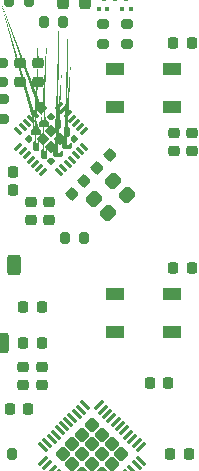
<source format=gbr>
%TF.GenerationSoftware,KiCad,Pcbnew,(5.99.0-10540-g55c1d814f9)*%
%TF.CreationDate,2021-05-28T07:36:21+02:00*%
%TF.ProjectId,1337-v3.0,31333337-2d76-4332-9e30-2e6b69636164,3.0*%
%TF.SameCoordinates,Original*%
%TF.FileFunction,Paste,Bot*%
%TF.FilePolarity,Positive*%
%FSLAX46Y46*%
G04 Gerber Fmt 4.6, Leading zero omitted, Abs format (unit mm)*
G04 Created by KiCad (PCBNEW (5.99.0-10540-g55c1d814f9)) date 2021-05-28 07:36:21*
%MOMM*%
%LPD*%
G01*
G04 APERTURE LIST*
G04 Aperture macros list*
%AMRoundRect*
0 Rectangle with rounded corners*
0 $1 Rounding radius*
0 $2 $3 $4 $5 $6 $7 $8 $9 X,Y pos of 4 corners*
0 Add a 4 corners polygon primitive as box body*
4,1,4,$2,$3,$4,$5,$6,$7,$8,$9,$2,$3,0*
0 Add four circle primitives for the rounded corners*
1,1,$1+$1,$2,$3*
1,1,$1+$1,$4,$5*
1,1,$1+$1,$6,$7*
1,1,$1+$1,$8,$9*
0 Add four rect primitives between the rounded corners*
20,1,$1+$1,$2,$3,$4,$5,0*
20,1,$1+$1,$4,$5,$6,$7,0*
20,1,$1+$1,$6,$7,$8,$9,0*
20,1,$1+$1,$8,$9,$2,$3,0*%
%AMFreePoly0*
4,1,51,0.328940,0.270148,0.332669,0.270806,0.335948,0.268913,0.347022,0.266960,0.363988,0.252723,0.383168,0.241650,0.385799,0.234421,0.391691,0.229478,0.395537,0.207667,0.403112,0.186855,0.403112,-0.116234,0.402193,-0.121446,0.402786,-0.123663,0.401202,-0.127060,0.397971,-0.145390,0.386007,-0.159647,0.378144,-0.176512,0.307524,-0.247133,0.303189,-0.250167,0.302041,-0.252157,
0.298519,-0.253439,0.283273,-0.264114,0.264734,-0.265736,0.247246,-0.272101,-0.247246,-0.272101,-0.252459,-0.271182,-0.254677,-0.271776,-0.258075,-0.270192,-0.276402,-0.266960,-0.290659,-0.254997,-0.307525,-0.247132,-0.378144,-0.176512,-0.381179,-0.172177,-0.383168,-0.171029,-0.384451,-0.167505,-0.395125,-0.152261,-0.396747,-0.133722,-0.403112,-0.116234,-0.403112,0.186855,-0.401159,0.197929,
-0.401817,0.201658,-0.399924,0.204937,-0.397971,0.216011,-0.383735,0.232977,-0.372661,0.252157,-0.365433,0.254788,-0.360489,0.260680,-0.338678,0.264527,-0.317866,0.272101,0.317866,0.272101,0.328940,0.270148,0.328940,0.270148,$1*%
%AMFreePoly1*
4,1,51,0.197929,0.401159,0.201658,0.401817,0.204937,0.399924,0.216011,0.397971,0.232977,0.383735,0.252157,0.372661,0.254788,0.365433,0.260680,0.360489,0.264527,0.338678,0.272101,0.317866,0.272101,-0.317866,0.270148,-0.328940,0.270806,-0.332669,0.268913,-0.335948,0.266960,-0.347022,0.252723,-0.363988,0.241650,-0.383168,0.234421,-0.385799,0.229478,-0.391691,0.207667,-0.395537,
0.186855,-0.403112,-0.116234,-0.403112,-0.121446,-0.402193,-0.123663,-0.402786,-0.127060,-0.401202,-0.145390,-0.397971,-0.159647,-0.386007,-0.176512,-0.378144,-0.247133,-0.307524,-0.250167,-0.303189,-0.252157,-0.302041,-0.253439,-0.298519,-0.264114,-0.283273,-0.265736,-0.264734,-0.272101,-0.247246,-0.272101,0.247246,-0.271182,0.252459,-0.271776,0.254676,-0.270192,0.258073,-0.266960,0.276402,
-0.254997,0.290658,-0.247133,0.307524,-0.176512,0.378144,-0.172177,0.381179,-0.171029,0.383168,-0.167505,0.384451,-0.152261,0.395125,-0.133722,0.396747,-0.116234,0.403112,0.186855,0.403112,0.197929,0.401159,0.197929,0.401159,$1*%
%AMFreePoly2*
4,1,48,0.180784,0.266839,0.197812,0.266839,0.211588,0.256830,0.227782,0.251568,0.237792,0.237792,0.251568,0.227782,0.256830,0.211588,0.266839,0.197812,0.266839,0.180784,0.272100,0.164589,0.272101,-0.075523,0.269420,-0.083774,0.270777,-0.092342,0.259348,-0.114773,0.251568,-0.138717,0.244550,-0.143816,0.240611,-0.151546,0.151545,-0.240611,0.143817,-0.244549,0.138717,-0.251568,
0.114772,-0.259348,0.092342,-0.270777,0.083774,-0.269420,0.075523,-0.272101,-0.164589,-0.272100,-0.180784,-0.266839,-0.197812,-0.266839,-0.211588,-0.256830,-0.227782,-0.251568,-0.237792,-0.237792,-0.251568,-0.227782,-0.256830,-0.211588,-0.266839,-0.197812,-0.266839,-0.180784,-0.272100,-0.164589,-0.272100,0.164589,-0.266839,0.180784,-0.266839,0.197812,-0.256830,0.211588,-0.251568,0.227782,
-0.237792,0.237792,-0.227782,0.251568,-0.211588,0.256830,-0.197812,0.266839,-0.180784,0.266839,-0.164589,0.272100,0.164589,0.272100,0.180784,0.266839,0.180784,0.266839,$1*%
%AMFreePoly3*
4,1,51,0.121446,0.402193,0.123663,0.402786,0.127060,0.401202,0.145390,0.397971,0.159647,0.386007,0.176512,0.378144,0.247132,0.307525,0.250167,0.303189,0.252157,0.302041,0.253441,0.298517,0.264114,0.283273,0.265736,0.264734,0.272101,0.247246,0.272101,-0.247246,0.271182,-0.252459,0.271776,-0.254677,0.270192,-0.258075,0.266960,-0.276402,0.254997,-0.290659,0.247132,-0.307525,
0.176512,-0.378144,0.172177,-0.381179,0.171029,-0.383168,0.167505,-0.384451,0.152261,-0.395125,0.133722,-0.396747,0.116234,-0.403112,-0.186855,-0.403112,-0.197929,-0.401159,-0.201658,-0.401817,-0.204937,-0.399924,-0.216011,-0.397971,-0.232977,-0.383735,-0.252157,-0.372661,-0.254788,-0.365433,-0.260680,-0.360489,-0.264527,-0.338678,-0.272101,-0.317866,-0.272101,0.317866,-0.270148,0.328940,
-0.270806,0.332669,-0.268913,0.335948,-0.266960,0.347022,-0.252723,0.363988,-0.241650,0.383168,-0.234421,0.385799,-0.229478,0.391691,-0.207667,0.395537,-0.186855,0.403112,0.116234,0.403112,0.121446,0.402193,0.121446,0.402193,$1*%
%AMFreePoly4*
4,1,48,0.180784,0.266839,0.197812,0.266839,0.211588,0.256830,0.227782,0.251568,0.237792,0.237792,0.251568,0.227782,0.256830,0.211588,0.266839,0.197812,0.266839,0.180784,0.272100,0.164589,0.272100,-0.164589,0.266839,-0.180784,0.266839,-0.197812,0.256830,-0.211588,0.251568,-0.227782,0.237792,-0.237792,0.227782,-0.251568,0.211588,-0.256830,0.197812,-0.266839,0.180784,-0.266839,
0.164589,-0.272100,-0.075523,-0.272101,-0.083774,-0.269420,-0.092342,-0.270777,-0.114773,-0.259348,-0.138717,-0.251568,-0.143816,-0.244550,-0.151546,-0.240611,-0.240611,-0.151545,-0.244549,-0.143817,-0.251568,-0.138717,-0.259348,-0.114772,-0.270777,-0.092342,-0.269420,-0.083774,-0.272101,-0.075523,-0.272100,0.164589,-0.266839,0.180784,-0.266839,0.197812,-0.256830,0.211588,-0.251568,0.227782,
-0.237792,0.237792,-0.227782,0.251568,-0.211588,0.256830,-0.197812,0.266839,-0.180784,0.266839,-0.164589,0.272100,0.164589,0.272100,0.180784,0.266839,0.180784,0.266839,$1*%
%AMFreePoly5*
4,1,48,0.083774,0.269420,0.092342,0.270777,0.114772,0.259348,0.138717,0.251568,0.143817,0.244549,0.151545,0.240611,0.240611,0.151546,0.244550,0.143816,0.251568,0.138717,0.259348,0.114773,0.270777,0.092342,0.269420,0.083774,0.272101,0.075523,0.272100,-0.164589,0.266839,-0.180784,0.266839,-0.197812,0.256830,-0.211588,0.251568,-0.227782,0.237792,-0.237792,0.227782,-0.251568,
0.211588,-0.256830,0.197812,-0.266839,0.180784,-0.266839,0.164589,-0.272100,-0.164589,-0.272100,-0.180784,-0.266839,-0.197812,-0.266839,-0.211588,-0.256830,-0.227782,-0.251568,-0.237792,-0.237792,-0.251568,-0.227782,-0.256830,-0.211588,-0.266839,-0.197812,-0.266839,-0.180784,-0.272100,-0.164589,-0.272100,0.164589,-0.266839,0.180784,-0.266839,0.197812,-0.256830,0.211588,-0.251568,0.227782,
-0.237792,0.237792,-0.227782,0.251568,-0.211588,0.256830,-0.197812,0.266839,-0.180784,0.266839,-0.164589,0.272100,0.075523,0.272101,0.083774,0.269420,0.083774,0.269420,$1*%
%AMFreePoly6*
4,1,51,0.252459,0.271182,0.254676,0.271776,0.258073,0.270192,0.276402,0.266960,0.290658,0.254997,0.307524,0.247133,0.378144,0.176512,0.381179,0.172177,0.383168,0.171029,0.384451,0.167505,0.395125,0.152261,0.396747,0.133722,0.403112,0.116234,0.403112,-0.186855,0.401159,-0.197929,0.401817,-0.201658,0.399924,-0.204937,0.397971,-0.216011,0.383735,-0.232977,0.372661,-0.252157,
0.365433,-0.254788,0.360489,-0.260680,0.338678,-0.264527,0.317866,-0.272101,-0.317866,-0.272101,-0.328940,-0.270148,-0.332669,-0.270806,-0.335948,-0.268913,-0.347022,-0.266960,-0.363988,-0.252723,-0.383168,-0.241650,-0.385799,-0.234421,-0.391691,-0.229478,-0.395537,-0.207667,-0.403112,-0.186855,-0.403112,0.116234,-0.402193,0.121446,-0.402786,0.123663,-0.401202,0.127060,-0.397971,0.145390,
-0.386007,0.159647,-0.378144,0.176512,-0.307525,0.247132,-0.303189,0.250167,-0.302041,0.252157,-0.298517,0.253441,-0.283273,0.264114,-0.264734,0.265736,-0.247246,0.272101,0.247246,0.272101,0.252459,0.271182,0.252459,0.271182,$1*%
%AMFreePoly7*
4,1,48,0.180784,0.266839,0.197812,0.266839,0.211588,0.256830,0.227782,0.251568,0.237792,0.237792,0.251568,0.227782,0.256830,0.211588,0.266839,0.197812,0.266839,0.180784,0.272100,0.164589,0.272100,-0.164589,0.266839,-0.180784,0.266839,-0.197812,0.256830,-0.211588,0.251568,-0.227782,0.237792,-0.237792,0.227782,-0.251568,0.211588,-0.256830,0.197812,-0.266839,0.180784,-0.266839,
0.164589,-0.272100,-0.164589,-0.272100,-0.180784,-0.266839,-0.197812,-0.266839,-0.211588,-0.256830,-0.227782,-0.251568,-0.237792,-0.237792,-0.251568,-0.227782,-0.256830,-0.211588,-0.266839,-0.197812,-0.266839,-0.180784,-0.272100,-0.164589,-0.272101,0.075523,-0.269420,0.083774,-0.270777,0.092342,-0.259348,0.114772,-0.251568,0.138717,-0.244549,0.143817,-0.240611,0.151545,-0.151546,0.240611,
-0.143816,0.244550,-0.138717,0.251568,-0.114773,0.259348,-0.092342,0.270777,-0.083774,0.269420,-0.075523,0.272101,0.164589,0.272100,0.180784,0.266839,0.180784,0.266839,$1*%
G04 Aperture macros list end*
%ADD10RoundRect,0.225000X0.225000X0.250000X-0.225000X0.250000X-0.225000X-0.250000X0.225000X-0.250000X0*%
%ADD11RoundRect,0.225000X0.250000X-0.225000X0.250000X0.225000X-0.250000X0.225000X-0.250000X-0.225000X0*%
%ADD12RoundRect,0.200000X-0.200000X-0.275000X0.200000X-0.275000X0.200000X0.275000X-0.200000X0.275000X0*%
%ADD13R,0.500000X0.800000*%
%ADD14R,0.400000X0.800000*%
%ADD15RoundRect,0.200000X0.200000X0.275000X-0.200000X0.275000X-0.200000X-0.275000X0.200000X-0.275000X0*%
%ADD16RoundRect,0.225000X-0.225000X-0.250000X0.225000X-0.250000X0.225000X0.250000X-0.225000X0.250000X0*%
%ADD17RoundRect,0.250000X-0.312500X-0.625000X0.312500X-0.625000X0.312500X0.625000X-0.312500X0.625000X0*%
%ADD18RoundRect,0.250000X0.312500X0.625000X-0.312500X0.625000X-0.312500X-0.625000X0.312500X-0.625000X0*%
%ADD19R,1.500000X1.000000*%
%ADD20RoundRect,0.200000X-0.275000X0.200000X-0.275000X-0.200000X0.275000X-0.200000X0.275000X0.200000X0*%
%ADD21RoundRect,0.225000X-0.250000X0.225000X-0.250000X-0.225000X0.250000X-0.225000X0.250000X0.225000X0*%
%ADD22RoundRect,0.150000X0.825000X0.150000X-0.825000X0.150000X-0.825000X-0.150000X0.825000X-0.150000X0*%
%ADD23RoundRect,0.225000X-0.017678X0.335876X-0.335876X0.017678X0.017678X-0.335876X0.335876X-0.017678X0*%
%ADD24RoundRect,0.243750X-0.456250X0.243750X-0.456250X-0.243750X0.456250X-0.243750X0.456250X0.243750X0*%
%ADD25RoundRect,0.150000X-0.150000X0.512500X-0.150000X-0.512500X0.150000X-0.512500X0.150000X0.512500X0*%
%ADD26RoundRect,0.170000X0.330000X-0.255000X0.330000X0.255000X-0.330000X0.255000X-0.330000X-0.255000X0*%
%ADD27R,0.600000X1.150000*%
%ADD28R,0.300000X1.150000*%
%ADD29RoundRect,0.270000X0.063640X0.445477X-0.445477X-0.063640X-0.063640X-0.445477X0.445477X0.063640X0*%
%ADD30RoundRect,0.250000X0.000000X0.358486X-0.358486X0.000000X0.000000X-0.358486X0.358486X0.000000X0*%
%ADD31RoundRect,0.062500X0.291682X0.380070X-0.380070X-0.291682X-0.291682X-0.380070X0.380070X0.291682X0*%
%ADD32RoundRect,0.062500X-0.291682X0.380070X-0.380070X0.291682X0.291682X-0.380070X0.380070X-0.291682X0*%
%ADD33RoundRect,0.170000X0.255000X0.330000X-0.255000X0.330000X-0.255000X-0.330000X0.255000X-0.330000X0*%
%ADD34RoundRect,0.079500X0.079500X0.100500X-0.079500X0.100500X-0.079500X-0.100500X0.079500X-0.100500X0*%
%ADD35R,1.700000X1.000000*%
%ADD36RoundRect,0.170000X-0.330000X0.255000X-0.330000X-0.255000X0.330000X-0.255000X0.330000X0.255000X0*%
%ADD37RoundRect,0.200000X0.275000X-0.200000X0.275000X0.200000X-0.275000X0.200000X-0.275000X-0.200000X0*%
%ADD38RoundRect,0.243750X0.243750X0.456250X-0.243750X0.456250X-0.243750X-0.456250X0.243750X-0.456250X0*%
%ADD39RoundRect,0.225000X0.017678X-0.335876X0.335876X-0.017678X-0.017678X0.335876X-0.335876X0.017678X0*%
%ADD40FreePoly0,225.000000*%
%ADD41FreePoly1,225.000000*%
%ADD42FreePoly2,225.000000*%
%ADD43RoundRect,0.201557X0.000000X0.285043X-0.285043X0.000000X0.000000X-0.285043X0.285043X0.000000X0*%
%ADD44FreePoly3,225.000000*%
%ADD45FreePoly4,225.000000*%
%ADD46FreePoly5,225.000000*%
%ADD47FreePoly6,225.000000*%
%ADD48FreePoly7,225.000000*%
%ADD49RoundRect,0.062500X0.194454X0.282843X-0.282843X-0.194454X-0.194454X-0.282843X0.282843X0.194454X0*%
%ADD50RoundRect,0.062500X-0.194454X0.282843X-0.282843X0.194454X0.194454X-0.282843X0.282843X-0.194454X0*%
G04 APERTURE END LIST*
D10*
%TO.C,C22*%
X170193000Y-86868000D03*
X168643000Y-86868000D03*
%TD*%
D11*
%TO.C,C27*%
X155930000Y-115835000D03*
X155930000Y-114285000D03*
%TD*%
%TO.C,C15*%
X155696000Y-90135000D03*
X155696000Y-88585000D03*
%TD*%
D12*
%TO.C,R7*%
X143002000Y-122428000D03*
X144652000Y-122428000D03*
%TD*%
D13*
%TO.C,RN2*%
X172960000Y-91460000D03*
D14*
X173760000Y-91460000D03*
X174560000Y-91460000D03*
D13*
X175360000Y-91460000D03*
X175360000Y-93260000D03*
D14*
X174560000Y-93260000D03*
X173760000Y-93260000D03*
D13*
X172960000Y-93260000D03*
%TD*%
D15*
%TO.C,R3*%
X167747000Y-78924000D03*
X166097000Y-78924000D03*
%TD*%
D16*
%TO.C,C20*%
X166645000Y-115630000D03*
X168195000Y-115630000D03*
%TD*%
D17*
%TO.C,R20*%
X177353500Y-105664000D03*
X180278500Y-105664000D03*
%TD*%
D18*
%TO.C,R18*%
X131256500Y-108204000D03*
X128331500Y-108204000D03*
%TD*%
D19*
%TO.C,D1*%
X140118000Y-108128000D03*
X140118000Y-111328000D03*
X135218000Y-111328000D03*
X135218000Y-108128000D03*
%TD*%
D11*
%TO.C,C14*%
X152648000Y-90135000D03*
X152648000Y-88585000D03*
%TD*%
D20*
%TO.C,R9*%
X148890000Y-91625000D03*
X148890000Y-93275000D03*
%TD*%
D21*
%TO.C,C2*%
X158130000Y-100315000D03*
X158130000Y-101865000D03*
%TD*%
D11*
%TO.C,C1*%
X157220000Y-90135000D03*
X157220000Y-88585000D03*
%TD*%
D22*
%TO.C,Q1*%
X149033000Y-108839000D03*
X149033000Y-110109000D03*
X149033000Y-111379000D03*
X149033000Y-112649000D03*
X144083000Y-112649000D03*
X144083000Y-111379000D03*
X144083000Y-110109000D03*
X144083000Y-108839000D03*
%TD*%
D23*
%TO.C,C16*%
X163268008Y-96371992D03*
X162171992Y-97468008D03*
%TD*%
D12*
%TO.C,R14*%
X153353000Y-121666000D03*
X155003000Y-121666000D03*
%TD*%
D24*
%TO.C,F2*%
X137312000Y-80504000D03*
X137312000Y-82379000D03*
%TD*%
D18*
%TO.C,R16*%
X149592500Y-89070000D03*
X146667500Y-89070000D03*
%TD*%
D10*
%TO.C,C9*%
X157493000Y-112268000D03*
X155943000Y-112268000D03*
%TD*%
%TO.C,C24*%
X141745000Y-86868000D03*
X140195000Y-86868000D03*
%TD*%
D25*
%TO.C,U2*%
X162732000Y-80344000D03*
X163682000Y-80344000D03*
X164632000Y-80344000D03*
X164632000Y-82619000D03*
X163682000Y-82619000D03*
X162732000Y-82619000D03*
%TD*%
D26*
%TO.C,FB2*%
X154172000Y-90160000D03*
X154172000Y-88560000D03*
%TD*%
D27*
%TO.C,J1*%
X160362000Y-76361500D03*
X161162000Y-76361500D03*
D28*
X162312000Y-76361500D03*
X163312000Y-76361500D03*
X163812000Y-76361500D03*
X164812000Y-76361500D03*
D27*
X165962000Y-76361500D03*
X166762000Y-76361500D03*
X166762000Y-76361500D03*
X165962000Y-76361500D03*
D28*
X165312000Y-76361500D03*
X164312000Y-76361500D03*
X162812000Y-76361500D03*
X161812000Y-76361500D03*
D27*
X161162000Y-76361500D03*
X160362000Y-76361500D03*
%TD*%
D18*
%TO.C,R21*%
X131256500Y-127254000D03*
X128331500Y-127254000D03*
%TD*%
D10*
%TO.C,C21*%
X137597000Y-78984000D03*
X136047000Y-78984000D03*
%TD*%
D18*
%TO.C,R22*%
X150306500Y-127254000D03*
X147381500Y-127254000D03*
%TD*%
D29*
%TO.C,Y1*%
X164698858Y-99733223D03*
X163143223Y-101288858D03*
X161941142Y-100086777D03*
X163496777Y-98531142D03*
%TD*%
D19*
%TO.C,D4*%
X168566000Y-108128000D03*
X168566000Y-111328000D03*
X163666000Y-111328000D03*
X163666000Y-108128000D03*
%TD*%
D21*
%TO.C,C7*%
X159580000Y-126855000D03*
X159580000Y-128405000D03*
%TD*%
D11*
%TO.C,C26*%
X157480000Y-115837000D03*
X157480000Y-114287000D03*
%TD*%
D27*
%TO.C,J3*%
X136972000Y-76354000D03*
X137772000Y-76354000D03*
D28*
X138922000Y-76354000D03*
X139922000Y-76354000D03*
X140422000Y-76354000D03*
X141422000Y-76354000D03*
D27*
X142572000Y-76354000D03*
X143372000Y-76354000D03*
X143372000Y-76354000D03*
X142572000Y-76354000D03*
D28*
X141922000Y-76354000D03*
X140922000Y-76354000D03*
X139422000Y-76354000D03*
X138422000Y-76354000D03*
D27*
X137772000Y-76354000D03*
X136972000Y-76354000D03*
%TD*%
D30*
%TO.C,U3*%
X160919750Y-123327701D03*
X163412301Y-122496850D03*
X162581450Y-120004299D03*
X160088899Y-122496850D03*
X161750600Y-124158551D03*
X162581450Y-123327701D03*
X162581450Y-121666000D03*
X160919750Y-120004299D03*
X161750600Y-122496850D03*
X163412301Y-120835150D03*
X160088899Y-120835150D03*
X160919750Y-121666000D03*
X164243151Y-121666000D03*
X161750600Y-120835150D03*
X159258049Y-121666000D03*
X161750600Y-119173449D03*
D31*
X162342802Y-117538264D03*
X162696355Y-117891818D03*
X163049909Y-118245371D03*
X163403462Y-118598924D03*
X163757015Y-118952478D03*
X164110569Y-119306031D03*
X164464122Y-119659585D03*
X164817676Y-120013138D03*
X165171229Y-120366691D03*
X165524782Y-120720245D03*
X165878336Y-121073798D03*
D32*
X165878336Y-122258202D03*
X165524782Y-122611755D03*
X165171229Y-122965309D03*
X164817676Y-123318862D03*
X164464122Y-123672415D03*
X164110569Y-124025969D03*
X163757015Y-124379522D03*
X163403462Y-124733076D03*
X163049909Y-125086629D03*
X162696355Y-125440182D03*
X162342802Y-125793736D03*
D31*
X161158398Y-125793736D03*
X160804845Y-125440182D03*
X160451291Y-125086629D03*
X160097738Y-124733076D03*
X159744185Y-124379522D03*
X159390631Y-124025969D03*
X159037078Y-123672415D03*
X158683524Y-123318862D03*
X158329971Y-122965309D03*
X157976418Y-122611755D03*
X157622864Y-122258202D03*
D32*
X157622864Y-121073798D03*
X157976418Y-120720245D03*
X158329971Y-120366691D03*
X158683524Y-120013138D03*
X159037078Y-119659585D03*
X159390631Y-119306031D03*
X159744185Y-118952478D03*
X160097738Y-118598924D03*
X160451291Y-118245371D03*
X160804845Y-117891818D03*
X161158398Y-117538264D03*
%TD*%
D10*
%TO.C,C13*%
X155075000Y-99294000D03*
X153525000Y-99294000D03*
%TD*%
%TO.C,C23*%
X141745000Y-105918000D03*
X140195000Y-105918000D03*
%TD*%
D33*
%TO.C,FB1*%
X159310000Y-85060000D03*
X157710000Y-85060000D03*
%TD*%
D21*
%TO.C,C4*%
X168656000Y-94475000D03*
X168656000Y-96025000D03*
%TD*%
D19*
%TO.C,D2*%
X140118000Y-89078000D03*
X140118000Y-92278000D03*
X135218000Y-92278000D03*
X135218000Y-89078000D03*
%TD*%
D25*
%TO.C,U4*%
X139092000Y-80276500D03*
X140042000Y-80276500D03*
X140992000Y-80276500D03*
X140992000Y-82551500D03*
X140042000Y-82551500D03*
X139092000Y-82551500D03*
%TD*%
D21*
%TO.C,C3*%
X170180000Y-94475000D03*
X170180000Y-96025000D03*
%TD*%
D34*
%TO.C,JP1*%
X162345000Y-83970000D03*
X163035000Y-83970000D03*
%TD*%
D17*
%TO.C,R17*%
X177292000Y-86614000D03*
X180217000Y-86614000D03*
%TD*%
D15*
%TO.C,R13*%
X161099000Y-103378000D03*
X159449000Y-103378000D03*
%TD*%
D20*
%TO.C,R11*%
X154190000Y-91615000D03*
X154190000Y-93265000D03*
%TD*%
D35*
%TO.C,SW1*%
X142596000Y-129408000D03*
X136296000Y-129408000D03*
X136296000Y-125608000D03*
X142596000Y-125608000D03*
%TD*%
D17*
%TO.C,R23*%
X177353500Y-124714000D03*
X180278500Y-124714000D03*
%TD*%
D21*
%TO.C,C5*%
X156606000Y-100315000D03*
X156606000Y-101865000D03*
%TD*%
D36*
%TO.C,FB3*%
X137302000Y-83874000D03*
X137302000Y-85474000D03*
%TD*%
D37*
%TO.C,R6*%
X162680000Y-86935000D03*
X162680000Y-85285000D03*
%TD*%
D10*
%TO.C,C6*%
X161197000Y-81524000D03*
X159647000Y-81524000D03*
%TD*%
D38*
%TO.C,F1*%
X161159500Y-83274000D03*
X159284500Y-83274000D03*
%TD*%
D10*
%TO.C,C25*%
X170193000Y-105918000D03*
X168643000Y-105918000D03*
%TD*%
D19*
%TO.C,D3*%
X168566000Y-89078000D03*
X168566000Y-92278000D03*
X163666000Y-92278000D03*
X163666000Y-89078000D03*
%TD*%
D13*
%TO.C,RN1*%
X150340000Y-91560000D03*
D14*
X151140000Y-91560000D03*
X151940000Y-91560000D03*
D13*
X152740000Y-91560000D03*
X152740000Y-93360000D03*
D14*
X151940000Y-93360000D03*
X151140000Y-93360000D03*
D13*
X150340000Y-93360000D03*
%TD*%
D15*
%TO.C,R12*%
X156385000Y-83280000D03*
X154735000Y-83280000D03*
%TD*%
D39*
%TO.C,C19*%
X165471992Y-128098008D03*
X166568008Y-127001992D03*
%TD*%
D23*
%TO.C,C18*%
X168728008Y-124851992D03*
X167631992Y-125948008D03*
%TD*%
D18*
%TO.C,R29*%
X154116500Y-112268000D03*
X151191500Y-112268000D03*
%TD*%
D17*
%TO.C,R19*%
X152207500Y-105664000D03*
X155132500Y-105664000D03*
%TD*%
D37*
%TO.C,R5*%
X164690000Y-86935000D03*
X164690000Y-85285000D03*
%TD*%
D10*
%TO.C,C12*%
X155075000Y-97770000D03*
X153525000Y-97770000D03*
%TD*%
D18*
%TO.C,R15*%
X131256500Y-89154000D03*
X128331500Y-89154000D03*
%TD*%
D15*
%TO.C,R2*%
X161257000Y-78944000D03*
X159607000Y-78944000D03*
%TD*%
D37*
%TO.C,R28*%
X151130000Y-110299000D03*
X151130000Y-108649000D03*
%TD*%
D29*
%TO.C,Y2*%
X170288858Y-128093223D03*
X168733223Y-129648858D03*
X167531142Y-128446777D03*
X169086777Y-126891142D03*
%TD*%
D10*
%TO.C,C10*%
X157493000Y-109220000D03*
X155943000Y-109220000D03*
%TD*%
D34*
%TO.C,JP2*%
X165025000Y-83950000D03*
X164335000Y-83950000D03*
%TD*%
D40*
%TO.C,U1*%
X159609309Y-95582202D03*
D41*
X157010691Y-95582202D03*
D42*
X160201511Y-94990000D03*
D43*
X158310000Y-94282893D03*
D44*
X158902202Y-93690691D03*
D45*
X158310000Y-96881511D03*
D46*
X158310000Y-93098489D03*
D43*
X157602893Y-94990000D03*
X158310000Y-95697107D03*
D47*
X157717798Y-93690691D03*
D40*
X158902202Y-96289309D03*
D41*
X157717798Y-96289309D03*
D47*
X157010691Y-94397798D03*
D44*
X159609309Y-94397798D03*
D48*
X156418489Y-94990000D03*
D43*
X159017107Y-94990000D03*
D49*
X158981751Y-92196928D03*
X159335305Y-92550482D03*
X159688858Y-92904035D03*
X160042412Y-93257588D03*
X160395965Y-93611142D03*
X160749518Y-93964695D03*
X161103072Y-94318249D03*
D50*
X161103072Y-95661751D03*
X160749518Y-96015305D03*
X160395965Y-96368858D03*
X160042412Y-96722412D03*
X159688858Y-97075965D03*
X159335305Y-97429518D03*
X158981751Y-97783072D03*
D49*
X157638249Y-97783072D03*
X157284695Y-97429518D03*
X156931142Y-97075965D03*
X156577588Y-96722412D03*
X156224035Y-96368858D03*
X155870482Y-96015305D03*
X155516928Y-95661751D03*
D50*
X155516928Y-94318249D03*
X155870482Y-93964695D03*
X156224035Y-93611142D03*
X156577588Y-93257588D03*
X156931142Y-92904035D03*
X157284695Y-92550482D03*
X157638249Y-92196928D03*
%TD*%
D39*
%TO.C,C17*%
X160021992Y-99628008D03*
X161118008Y-98531992D03*
%TD*%
D10*
%TO.C,C11*%
X156365000Y-117820000D03*
X154815000Y-117820000D03*
%TD*%
D16*
%TO.C,C8*%
X168389000Y-121666000D03*
X169939000Y-121666000D03*
%TD*%
M02*

</source>
